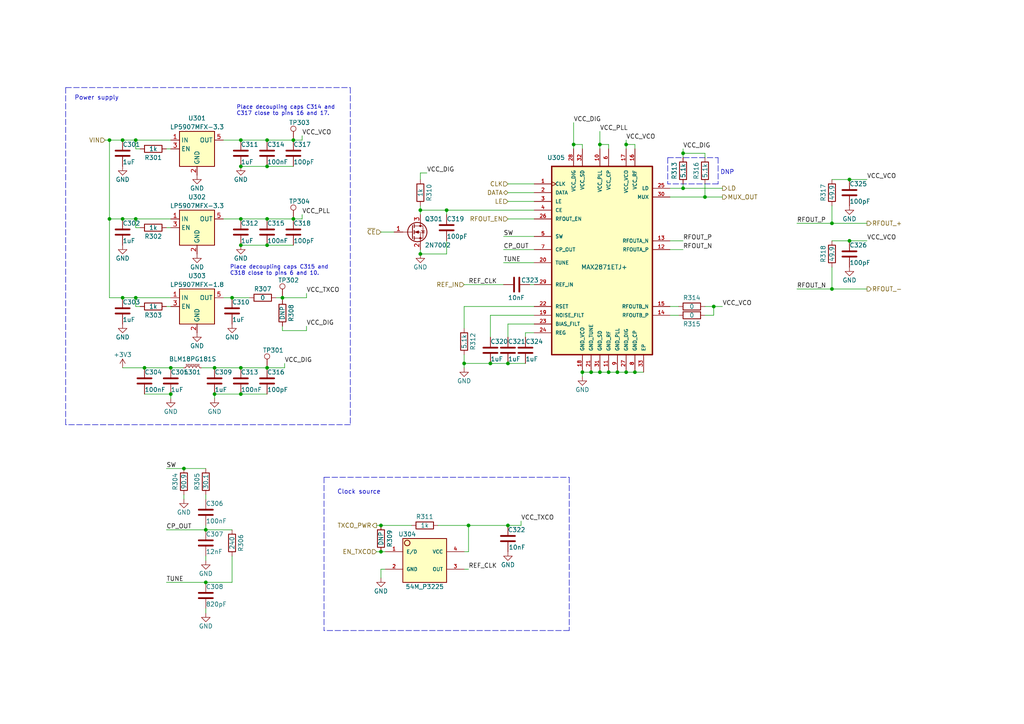
<source format=kicad_sch>
(kicad_sch (version 20211123) (generator eeschema)
  (paper "A4")
  (lib_symbols
    (symbol "CWX813-008.0M:54M_P3225" (pin_names (offset 1.016))
      (property "Reference" "U" (at -5.08 6.35 0))
      (property "Value" "54M_P3225" (at 0 -8.89 0))
      (symbol "54M_P3225_0_0"
        (rectangle (start -6.35 6.35) (end 6.35 -6.35) (stroke (width 0.254)) (fill (type background)))
        (circle (center -5.08 5.08) (radius 0.8032) (stroke (width 0.254)))
        (pin bidirectional line (at -11.43 2.54 0) (length 5.08) (name "E/D") (number "1"))
        (pin bidirectional line (at -11.43 -2.54 0) (length 5.08) (name "GND") (number "2"))
        (pin bidirectional line (at 11.43 -2.54 180) (length 5.08) (name "OUT") (number "3"))
        (pin bidirectional line (at 11.43 2.54 180) (length 5.08) (name "VCC") (number "4"))
      )
    )
    (symbol "Connector:TestPoint" (pin_numbers hide) (pin_names (offset 0.762) hide)
      (property "Reference" "TP" (at 0 6.858 0))
      (property "Value" "TestPoint" (at 0 5.08 0))
      (symbol "TestPoint_0_1"
        (circle (center 0 3.302) (radius 0.762))
      )
      (symbol "TestPoint_1_1"
        (pin passive line (at 0 0 90) (length 2.54) (name "1") (number "1"))
      )
    )
    (symbol "Device:C" (pin_numbers hide) (pin_names (offset 0.254))
      (property "Reference" "C" (at 0.635 2.54 0))
      (property "Value" "C" (at 0.635 -2.54 0))
      (symbol "C_0_1"
        (polyline (pts (xy -2.032 -0.762) (xy 2.032 -0.762)) (stroke (width 0.508)))
        (polyline (pts (xy -2.032 0.762) (xy 2.032 0.762)) (stroke (width 0.508)))
      )
      (symbol "C_1_1"
        (pin passive line (at 0 3.81 270) (length 2.794) (name "~") (number "1"))
        (pin passive line (at 0 -3.81 90) (length 2.794) (name "~") (number "2"))
      )
    )
    (symbol "Device:L_Ferrite_Small" (pin_numbers hide) (pin_names (offset 0.254) hide)
      (property "Reference" "L" (at 1.27 1.016 0))
      (property "Value" "L_Ferrite_Small" (at 1.27 -1.27 0))
      (symbol "L_Ferrite_Small_0_1"
        (arc (start 0 -2.032) (mid 0.508 -1.524) (end 0 -1.016))
        (arc (start 0 -1.016) (mid 0.508 -0.508) (end 0 0))
        (polyline (pts (xy 0.762 -1.905) (xy 0.762 -1.651)))
        (polyline (pts (xy 0.762 -1.397) (xy 0.762 -1.143)))
        (polyline (pts (xy 0.762 -0.889) (xy 0.762 -0.635)))
        (polyline (pts (xy 0.762 -0.381) (xy 0.762 -0.127)))
        (polyline (pts (xy 0.762 0.127) (xy 0.762 0.381)))
        (polyline (pts (xy 0.762 0.635) (xy 0.762 0.889)))
        (polyline (pts (xy 0.762 1.143) (xy 0.762 1.397)))
        (polyline (pts (xy 0.762 1.651) (xy 0.762 1.905)))
        (polyline (pts (xy 1.016 -1.651) (xy 1.016 -1.905)))
        (polyline (pts (xy 1.016 -1.143) (xy 1.016 -1.397)))
        (polyline (pts (xy 1.016 -0.635) (xy 1.016 -0.889)))
        (polyline (pts (xy 1.016 -0.127) (xy 1.016 -0.381)))
        (polyline (pts (xy 1.016 0.381) (xy 1.016 0.127)))
        (polyline (pts (xy 1.016 0.889) (xy 1.016 0.635)))
        (polyline (pts (xy 1.016 1.397) (xy 1.016 1.143)))
        (polyline (pts (xy 1.016 1.905) (xy 1.016 1.651)))
        (arc (start 0 0) (mid 0.508 0.508) (end 0 1.016))
        (arc (start 0 1.016) (mid 0.508 1.524) (end 0 2.032))
      )
      (symbol "L_Ferrite_Small_1_1"
        (pin passive line (at 0 2.54 270) (length 0.508) (name "~") (number "1"))
        (pin passive line (at 0 -2.54 90) (length 0.508) (name "~") (number "2"))
      )
    )
    (symbol "Device:R" (pin_numbers hide) (pin_names (offset 0))
      (property "Reference" "R" (at 2.032 0 90))
      (property "Value" "R" (at 0 0 90))
      (symbol "R_0_1"
        (rectangle (start -1.016 -2.54) (end 1.016 2.54) (stroke (width 0.254)))
      )
      (symbol "R_1_1"
        (pin passive line (at 0 3.81 270) (length 1.27) (name "~") (number "1"))
        (pin passive line (at 0 -3.81 90) (length 1.27) (name "~") (number "2"))
      )
    )
    (symbol "MAX2871ETJ_:MAX2871ETJ+" (pin_names (offset 1.016))
      (property "Reference" "U" (at -15.24 31.75 0))
      (property "Value" "MAX2871ETJ+" (at -6.35 0 0))
      (symbol "MAX2871ETJ+_0_0"
        (rectangle (start -15.24 29.21) (end 13.97 -25.4) (stroke (width 0.41)) (fill (type background)))
        (pin input clock (at -20.32 24.13 0) (length 5.08) (name "CLK") (number "1"))
        (pin power_in line (at -1.27 34.29 270) (length 5.08) (name "VCC_PLL") (number "10"))
        (pin power_in line (at 1.27 -30.48 90) (length 5.08) (name "GND_RF") (number "11"))
        (pin output line (at 19.05 5.08 180) (length 5.08) (name "RFOUTA_P") (number "12"))
        (pin output line (at 19.05 7.62 180) (length 5.08) (name "RFOUTA_N") (number "13"))
        (pin output line (at 19.05 -13.97 180) (length 5.08) (name "RFOUTB_P") (number "14"))
        (pin output line (at 19.05 -11.43 180) (length 5.08) (name "RFOUTB_N") (number "15"))
        (pin power_in line (at 8.89 34.29 270) (length 5.08) (name "VCC_RF") (number "16"))
        (pin power_in line (at 6.35 34.29 270) (length 5.08) (name "VCC_VCO") (number "17"))
        (pin power_in line (at -6.35 -30.48 90) (length 5.08) (name "GND_VCO") (number "18"))
        (pin passive line (at -20.32 -13.97 0) (length 5.08) (name "NOISE_FILT") (number "19"))
        (pin input line (at -20.32 21.59 0) (length 5.08) (name "DATA") (number "2"))
        (pin input line (at -20.32 1.27 0) (length 5.08) (name "TUNE") (number "20"))
        (pin power_in line (at -3.81 -30.48 90) (length 5.08) (name "GND_TUNE") (number "21"))
        (pin input line (at -20.32 -11.43 0) (length 5.08) (name "RSET") (number "22"))
        (pin passive line (at -20.32 -16.51 0) (length 5.08) (name "BIAS_FILT") (number "23"))
        (pin passive line (at -20.32 -19.05 0) (length 5.08) (name "REG") (number "24"))
        (pin output line (at 19.05 22.86 180) (length 5.08) (name "LD") (number "25"))
        (pin output line (at -20.32 13.97 0) (length 5.08) (name "RFOUT_EN") (number "26"))
        (pin power_in line (at 6.35 -30.48 90) (length 5.08) (name "GND_DIG") (number "27"))
        (pin power_in line (at -8.89 34.29 270) (length 5.08) (name "VCC_DIG") (number "28"))
        (pin input line (at -20.32 -5.08 0) (length 5.08) (name "REF_IN") (number "29"))
        (pin input line (at -20.32 19.05 0) (length 5.08) (name "LE") (number "3"))
        (pin bidirectional line (at 19.05 20.32 180) (length 5.08) (name "MUX") (number "30"))
        (pin power_in line (at -1.27 -30.48 90) (length 5.08) (name "GND_SD") (number "31"))
        (pin power_in line (at -6.35 34.29 270) (length 5.08) (name "VCC_SD") (number "32"))
        (pin power_in line (at 11.43 -30.48 90) (length 5.08) (name "EP") (number "33"))
        (pin input line (at -20.32 16.51 0) (length 5.08) (name "CE") (number "4"))
        (pin input line (at -20.32 8.89 0) (length 5.08) (name "SW") (number "5"))
        (pin power_in line (at 1.27 34.29 270) (length 5.08) (name "VCC_CP") (number "6"))
        (pin output line (at -20.32 5.08 0) (length 5.08) (name "CP_OUT") (number "7"))
        (pin power_in line (at 8.89 -30.48 90) (length 5.08) (name "GND_CP") (number "8"))
        (pin power_in line (at 3.81 -30.48 90) (length 5.08) (name "GND_PLL") (number "9"))
      )
    )
    (symbol "Regulator_Linear:LP5907MFX-1.8"
      (property "Reference" "U" (at -3.81 6.35 0))
      (property "Value" "LP5907MFX-1.8" (at 6.35 6.35 0))
      (symbol "LP5907MFX-1.8_0_1"
        (rectangle (start -5.08 -5.08) (end 5.08 5.08) (stroke (width 0.254)) (fill (type background)))
        (pin power_in line (at -7.62 2.54 0) (length 2.54) (name "IN") (number "1"))
        (pin power_in line (at 0 -7.62 90) (length 2.54) (name "GND") (number "2"))
        (pin input line (at -7.62 0 0) (length 2.54) (name "EN") (number "3"))
        (pin no_connect line (at 5.08 0 180) (length 2.54) hide (name "NC") (number "4"))
        (pin power_out line (at 7.62 2.54 180) (length 2.54) (name "OUT") (number "5"))
      )
    )
    (symbol "Regulator_Linear:LP5907MFX-3.3"
      (property "Reference" "U" (at -3.81 6.35 0))
      (property "Value" "LP5907MFX-3.3" (at 6.35 6.35 0))
      (symbol "LP5907MFX-3.3_0_1"
        (rectangle (start -5.08 -5.08) (end 5.08 5.08) (stroke (width 0.254)) (fill (type background)))
        (pin power_in line (at -7.62 2.54 0) (length 2.54) (name "IN") (number "1"))
        (pin power_in line (at 0 -7.62 90) (length 2.54) (name "GND") (number "2"))
        (pin input line (at -7.62 0 0) (length 2.54) (name "EN") (number "3"))
        (pin no_connect line (at 5.08 0 180) (length 2.54) hide (name "NC") (number "4"))
        (pin power_out line (at 7.62 2.54 180) (length 2.54) (name "OUT") (number "5"))
      )
    )
    (symbol "Transistor_FET:2N7002" (pin_names hide)
      (property "Reference" "Q" (at 5.08 1.905 0))
      (property "Value" "2N7002" (at 5.08 0 0))
      (symbol "2N7002_0_1"
        (polyline (pts (xy 0.254 0) (xy -2.54 0)))
        (polyline (pts (xy 0.254 1.905) (xy 0.254 -1.905)) (stroke (width 0.254)))
        (polyline (pts (xy 0.762 -1.27) (xy 0.762 -2.286)) (stroke (width 0.254)))
        (polyline (pts (xy 0.762 0.508) (xy 0.762 -0.508)) (stroke (width 0.254)))
        (polyline (pts (xy 0.762 2.286) (xy 0.762 1.27)) (stroke (width 0.254)))
        (polyline (pts (xy 2.54 2.54) (xy 2.54 1.778)))
        (polyline (pts (xy 2.54 -2.54) (xy 2.54 0) (xy 0.762 0)))
        (polyline (pts (xy 0.762 -1.778) (xy 3.302 -1.778) (xy 3.302 1.778) (xy 0.762 1.778)))
        (polyline (pts (xy 1.016 0) (xy 2.032 0.381) (xy 2.032 -0.381) (xy 1.016 0)) (fill (type outline)))
        (polyline (pts (xy 2.794 0.508) (xy 2.921 0.381) (xy 3.683 0.381) (xy 3.81 0.254)))
        (polyline (pts (xy 3.302 0.381) (xy 2.921 -0.254) (xy 3.683 -0.254) (xy 3.302 0.381)))
        (circle (center 1.651 0) (radius 2.794) (stroke (width 0.254)))
        (circle (center 2.54 -1.778) (radius 0.254) (fill (type outline)))
        (circle (center 2.54 1.778) (radius 0.254) (fill (type outline)))
      )
      (symbol "2N7002_1_1"
        (pin input line (at -5.08 0 0) (length 2.54) (name "G") (number "1"))
        (pin passive line (at 2.54 -5.08 90) (length 2.54) (name "S") (number "2"))
        (pin passive line (at 2.54 5.08 270) (length 2.54) (name "D") (number "3"))
      )
    )
    (symbol "power:+3V3" (power) (pin_names (offset 0))
      (property "Value" "+3V3" (at 0 3.556 0))
      (symbol "+3V3_0_1"
        (polyline (pts (xy -0.762 1.27) (xy 0 2.54)))
        (polyline (pts (xy 0 0) (xy 0 2.54)))
        (polyline (pts (xy 0 2.54) (xy 0.762 1.27)))
      )
      (symbol "+3V3_1_1"
        (pin power_in line (at 0 0 90) (length 0) hide (name "+3V3") (number "1"))
      )
    )
    (symbol "power:GND" (power) (pin_names (offset 0))
      (property "Value" "GND" (at 0 -3.81 0))
      (symbol "GND_0_1"
        (polyline (pts (xy 0 0) (xy 0 -1.27) (xy 1.27 -1.27) (xy 0 -2.54) (xy -1.27 -1.27) (xy 0 -1.27)))
      )
      (symbol "GND_1_1"
        (pin power_in line (at 0 0 270) (length 0) hide (name "GND") (number "1"))
      )
    )
  )
  (junction (at 173.99 41.91))
  (junction (at 85.09 63.5))
  (junction (at 168.91 107.95))
  (junction (at 142.24 105.41))
  (junction (at 39.37 63.5))
  (junction (at 69.85 71.12))
  (junction (at 62.23 114.3))
  (junction (at 134.62 105.41))
  (junction (at 85.09 40.64))
  (junction (at 69.85 48.26))
  (junction (at 110.49 152.4))
  (junction (at 69.85 40.64))
  (junction (at 246.38 69.85))
  (junction (at 67.31 86.36))
  (junction (at 39.37 86.36))
  (junction (at 77.47 63.5))
  (junction (at 69.85 63.5))
  (junction (at 59.69 168.91))
  (junction (at 147.32 152.4))
  (junction (at 35.56 63.5))
  (junction (at 81.915 86.36))
  (junction (at 39.37 40.64))
  (junction (at 135.89 152.4))
  (junction (at 204.47 57.15))
  (junction (at 69.85 114.3))
  (junction (at 121.92 60.96))
  (junction (at 53.34 135.89))
  (junction (at 241.3 64.77))
  (junction (at 77.47 71.12))
  (junction (at 49.53 106.68))
  (junction (at 176.53 107.95))
  (junction (at 181.61 41.91))
  (junction (at 31.75 63.5))
  (junction (at 241.3 83.82))
  (junction (at 198.12 54.61))
  (junction (at 59.69 153.67))
  (junction (at 147.32 105.41))
  (junction (at 49.53 114.3))
  (junction (at 35.56 86.36))
  (junction (at 181.61 107.95))
  (junction (at 69.85 106.68))
  (junction (at 62.23 106.68))
  (junction (at 246.38 52.07))
  (junction (at 35.56 40.64))
  (junction (at 77.47 48.26))
  (junction (at 171.45 107.95))
  (junction (at 184.15 107.95))
  (junction (at 77.47 106.68))
  (junction (at 41.91 106.68))
  (junction (at 31.75 40.64))
  (junction (at 166.37 41.91))
  (junction (at 77.47 40.64))
  (junction (at 110.49 160.02))
  (junction (at 129.54 60.96))
  (junction (at 207.01 88.9))
  (junction (at 179.07 107.95))
  (junction (at 173.99 107.95))
  (junction (at 198.12 44.45))
  (junction (at 121.92 73.66))
  (wire (pts (xy 110.49 160.02) (xy 111.76 160.02)))
  (wire (pts (xy 69.85 63.5) (xy 77.47 63.5)))
  (wire (pts (xy 110.49 165.1) (xy 110.49 167.64)))
  (wire (pts (xy 147.32 93.98) (xy 147.32 97.79)))
  (wire (pts (xy 69.85 114.3) (xy 77.47 114.3)))
  (wire (pts (xy 184.15 107.95) (xy 186.69 107.95)))
  (wire (pts (xy 39.37 43.18) (xy 39.37 40.64)))
  (wire (pts (xy 59.69 153.67) (xy 67.31 153.67)))
  (wire (pts (xy 194.31 88.9) (xy 196.85 88.9)))
  (wire (pts (xy 77.47 71.12) (xy 85.09 71.12)))
  (wire (pts (xy 154.94 88.9) (xy 134.62 88.9)))
  (wire (pts (xy 88.9 94.615) (xy 88.9 95.885)))
  (wire (pts (xy 151.13 151.13) (xy 151.13 152.4)))
  (wire (pts (xy 207.01 91.44) (xy 207.01 88.9)))
  (wire (pts (xy 134.62 102.87) (xy 134.62 105.41)))
  (wire (pts (xy 173.99 41.91) (xy 176.53 41.91)))
  (wire (pts (xy 35.56 63.5) (xy 31.75 63.5)))
  (wire (pts (xy 64.77 63.5) (xy 69.85 63.5)))
  (wire (pts (xy 67.31 161.29) (xy 67.31 168.91)))
  (wire (pts (xy 121.92 72.39) (xy 121.92 73.66)))
  (wire (pts (xy 231.14 83.82) (xy 241.3 83.82)))
  (polyline (pts (xy 93.98 138.43) (xy 165.1 138.43)))
  (wire (pts (xy 59.69 143.51) (xy 59.69 144.78)))
  (wire (pts (xy 48.26 135.89) (xy 53.34 135.89)))
  (wire (pts (xy 49.53 63.5) (xy 39.37 63.5)))
  (wire (pts (xy 59.69 176.53) (xy 59.69 177.8)))
  (wire (pts (xy 176.53 107.95) (xy 179.07 107.95)))
  (wire (pts (xy 147.32 152.4) (xy 151.13 152.4)))
  (wire (pts (xy 168.91 107.95) (xy 168.91 109.22)))
  (wire (pts (xy 129.54 60.96) (xy 154.94 60.96)))
  (polyline (pts (xy 193.675 45.72) (xy 193.675 53.34)))
  (wire (pts (xy 82.55 105.41) (xy 82.55 106.68)))
  (wire (pts (xy 194.31 57.15) (xy 204.47 57.15)))
  (wire (pts (xy 154.94 93.98) (xy 147.32 93.98)))
  (wire (pts (xy 69.85 71.12) (xy 77.47 71.12)))
  (wire (pts (xy 181.61 107.95) (xy 184.15 107.95)))
  (wire (pts (xy 85.09 40.64) (xy 87.63 40.64)))
  (polyline (pts (xy 208.28 53.34) (xy 193.675 53.34)))
  (wire (pts (xy 87.63 63.5) (xy 87.63 62.23)))
  (wire (pts (xy 241.3 52.07) (xy 246.38 52.07)))
  (wire (pts (xy 85.09 63.5) (xy 87.63 63.5)))
  (wire (pts (xy 153.67 82.55) (xy 154.94 82.55)))
  (wire (pts (xy 64.77 86.36) (xy 67.31 86.36)))
  (wire (pts (xy 49.53 106.68) (xy 53.34 106.68)))
  (wire (pts (xy 49.53 114.3) (xy 49.53 115.57)))
  (wire (pts (xy 35.56 86.36) (xy 31.75 86.36)))
  (polyline (pts (xy 101.6 123.19) (xy 19.05 123.19)))
  (wire (pts (xy 204.47 53.34) (xy 204.47 57.15)))
  (polyline (pts (xy 19.05 123.19) (xy 19.05 114.3)))
  (wire (pts (xy 168.91 41.91) (xy 166.37 41.91)))
  (wire (pts (xy 241.3 64.77) (xy 251.46 64.77)))
  (wire (pts (xy 62.23 106.68) (xy 69.85 106.68)))
  (wire (pts (xy 129.54 73.66) (xy 121.92 73.66)))
  (wire (pts (xy 176.53 43.18) (xy 176.53 41.91)))
  (wire (pts (xy 39.37 66.04) (xy 39.37 63.5)))
  (wire (pts (xy 88.9 85.09) (xy 88.9 86.36)))
  (wire (pts (xy 134.62 82.55) (xy 146.05 82.55)))
  (wire (pts (xy 246.38 69.85) (xy 251.46 69.85)))
  (wire (pts (xy 129.54 60.96) (xy 129.54 62.23)))
  (wire (pts (xy 39.37 86.36) (xy 35.56 86.36)))
  (polyline (pts (xy 93.98 138.43) (xy 93.98 182.88)))
  (polyline (pts (xy 193.675 45.72) (xy 208.28 45.72)))
  (wire (pts (xy 241.3 64.77) (xy 241.3 59.69)))
  (wire (pts (xy 135.89 152.4) (xy 135.89 160.02)))
  (wire (pts (xy 48.26 43.18) (xy 49.53 43.18)))
  (wire (pts (xy 41.91 114.3) (xy 49.53 114.3)))
  (wire (pts (xy 171.45 107.95) (xy 173.99 107.95)))
  (wire (pts (xy 184.15 43.18) (xy 184.15 41.91)))
  (wire (pts (xy 121.92 60.96) (xy 121.92 62.23)))
  (polyline (pts (xy 165.1 182.88) (xy 93.98 182.88)))
  (wire (pts (xy 62.23 114.3) (xy 62.23 115.57)))
  (wire (pts (xy 194.31 54.61) (xy 198.12 54.61)))
  (wire (pts (xy 121.92 50.165) (xy 121.92 52.07)))
  (wire (pts (xy 30.48 40.64) (xy 31.75 40.64)))
  (wire (pts (xy 147.32 53.34) (xy 154.94 53.34)))
  (wire (pts (xy 48.26 88.9) (xy 49.53 88.9)))
  (wire (pts (xy 134.62 105.41) (xy 134.62 106.68)))
  (wire (pts (xy 241.3 77.47) (xy 241.3 83.82)))
  (wire (pts (xy 31.75 40.64) (xy 31.75 63.5)))
  (polyline (pts (xy 208.28 45.72) (xy 208.28 53.34)))
  (wire (pts (xy 40.64 43.18) (xy 39.37 43.18)))
  (polyline (pts (xy 19.05 25.4) (xy 19.05 114.3)))
  (wire (pts (xy 111.76 165.1) (xy 110.49 165.1)))
  (wire (pts (xy 121.92 59.69) (xy 121.92 60.96)))
  (wire (pts (xy 110.49 67.31) (xy 114.3 67.31)))
  (wire (pts (xy 194.31 72.39) (xy 198.12 72.39)))
  (polyline (pts (xy 19.05 25.4) (xy 101.6 25.4)))
  (wire (pts (xy 69.85 106.68) (xy 77.47 106.68)))
  (polyline (pts (xy 101.6 25.4) (xy 101.6 114.3)))
  (wire (pts (xy 135.89 152.4) (xy 147.32 152.4)))
  (wire (pts (xy 241.3 69.85) (xy 246.38 69.85)))
  (wire (pts (xy 69.85 48.26) (xy 77.47 48.26)))
  (wire (pts (xy 142.24 91.44) (xy 142.24 97.79)))
  (wire (pts (xy 194.31 91.44) (xy 196.85 91.44)))
  (wire (pts (xy 67.31 86.36) (xy 72.39 86.36)))
  (polyline (pts (xy 101.6 114.3) (xy 101.6 123.19)))
  (wire (pts (xy 64.77 40.64) (xy 69.85 40.64)))
  (wire (pts (xy 58.42 106.68) (xy 62.23 106.68)))
  (wire (pts (xy 173.99 38.1) (xy 173.99 41.91)))
  (wire (pts (xy 41.91 106.68) (xy 49.53 106.68)))
  (wire (pts (xy 121.92 50.165) (xy 123.825 50.165)))
  (wire (pts (xy 134.62 105.41) (xy 142.24 105.41)))
  (wire (pts (xy 31.75 63.5) (xy 31.75 86.36)))
  (wire (pts (xy 152.4 96.52) (xy 152.4 97.79)))
  (wire (pts (xy 134.62 160.02) (xy 135.89 160.02)))
  (wire (pts (xy 204.47 88.9) (xy 207.01 88.9)))
  (wire (pts (xy 87.63 40.64) (xy 87.63 39.37)))
  (wire (pts (xy 154.94 96.52) (xy 152.4 96.52)))
  (wire (pts (xy 134.62 165.1) (xy 135.89 165.1)))
  (wire (pts (xy 53.34 143.51) (xy 53.34 144.78)))
  (wire (pts (xy 181.61 41.91) (xy 184.15 41.91)))
  (wire (pts (xy 81.915 94.615) (xy 81.915 95.885)))
  (wire (pts (xy 207.01 88.9) (xy 209.55 88.9)))
  (wire (pts (xy 173.99 41.91) (xy 173.99 43.18)))
  (wire (pts (xy 142.24 105.41) (xy 147.32 105.41)))
  (wire (pts (xy 204.47 91.44) (xy 207.01 91.44)))
  (wire (pts (xy 81.915 86.36) (xy 88.9 86.36)))
  (wire (pts (xy 146.05 68.58) (xy 154.94 68.58)))
  (wire (pts (xy 241.3 83.82) (xy 251.46 83.82)))
  (wire (pts (xy 147.32 55.88) (xy 154.94 55.88)))
  (wire (pts (xy 147.32 63.5) (xy 154.94 63.5)))
  (wire (pts (xy 35.56 106.68) (xy 41.91 106.68)))
  (wire (pts (xy 181.61 41.91) (xy 181.61 43.18)))
  (wire (pts (xy 134.62 88.9) (xy 134.62 95.25)))
  (wire (pts (xy 168.91 107.95) (xy 171.45 107.95)))
  (wire (pts (xy 204.47 44.45) (xy 198.12 44.45)))
  (wire (pts (xy 67.31 168.91) (xy 59.69 168.91)))
  (wire (pts (xy 77.47 106.68) (xy 82.55 106.68)))
  (wire (pts (xy 168.91 43.18) (xy 168.91 41.91)))
  (wire (pts (xy 198.12 43.18) (xy 198.12 44.45)))
  (wire (pts (xy 39.37 88.9) (xy 39.37 86.36)))
  (wire (pts (xy 231.14 64.77) (xy 241.3 64.77)))
  (wire (pts (xy 194.31 69.85) (xy 198.12 69.85)))
  (wire (pts (xy 80.01 86.36) (xy 81.915 86.36)))
  (wire (pts (xy 53.34 135.89) (xy 59.69 135.89)))
  (wire (pts (xy 49.53 86.36) (xy 39.37 86.36)))
  (wire (pts (xy 121.92 60.96) (xy 129.54 60.96)))
  (wire (pts (xy 39.37 40.64) (xy 49.53 40.64)))
  (wire (pts (xy 246.38 52.07) (xy 251.46 52.07)))
  (wire (pts (xy 35.56 40.64) (xy 39.37 40.64)))
  (wire (pts (xy 198.12 44.45) (xy 198.12 45.72)))
  (wire (pts (xy 40.64 66.04) (xy 39.37 66.04)))
  (wire (pts (xy 179.07 107.95) (xy 181.61 107.95)))
  (wire (pts (xy 154.94 91.44) (xy 142.24 91.44)))
  (wire (pts (xy 39.37 63.5) (xy 35.56 63.5)))
  (wire (pts (xy 59.69 161.29) (xy 59.69 162.56)))
  (wire (pts (xy 48.26 168.91) (xy 59.69 168.91)))
  (wire (pts (xy 110.49 152.4) (xy 119.38 152.4)))
  (wire (pts (xy 77.47 48.26) (xy 85.09 48.26)))
  (wire (pts (xy 147.32 105.41) (xy 152.4 105.41)))
  (wire (pts (xy 31.75 40.64) (xy 35.56 40.64)))
  (wire (pts (xy 109.22 152.4) (xy 110.49 152.4)))
  (wire (pts (xy 109.22 160.02) (xy 110.49 160.02)))
  (wire (pts (xy 181.61 40.64) (xy 181.61 41.91)))
  (wire (pts (xy 166.37 41.91) (xy 166.37 43.18)))
  (wire (pts (xy 166.37 35.56) (xy 166.37 41.91)))
  (wire (pts (xy 48.26 66.04) (xy 49.53 66.04)))
  (wire (pts (xy 59.69 152.4) (xy 59.69 153.67)))
  (wire (pts (xy 77.47 40.64) (xy 85.09 40.64)))
  (wire (pts (xy 146.05 72.39) (xy 154.94 72.39)))
  (wire (pts (xy 146.05 76.2) (xy 154.94 76.2)))
  (wire (pts (xy 204.47 57.15) (xy 209.55 57.15)))
  (wire (pts (xy 147.32 58.42) (xy 154.94 58.42)))
  (wire (pts (xy 204.47 45.72) (xy 204.47 44.45)))
  (wire (pts (xy 77.47 63.5) (xy 85.09 63.5)))
  (wire (pts (xy 88.9 95.885) (xy 81.915 95.885)))
  (wire (pts (xy 62.23 114.3) (xy 69.85 114.3)))
  (wire (pts (xy 48.26 153.67) (xy 59.69 153.67)))
  (wire (pts (xy 129.54 69.85) (xy 129.54 73.66)))
  (wire (pts (xy 40.64 88.9) (xy 39.37 88.9)))
  (wire (pts (xy 81.915 86.36) (xy 81.915 86.995)))
  (wire (pts (xy 127 152.4) (xy 135.89 152.4)))
  (wire (pts (xy 69.85 40.64) (xy 77.47 40.64)))
  (polyline (pts (xy 165.1 138.43) (xy 165.1 182.88)))
  (wire (pts (xy 198.12 54.61) (xy 209.55 54.61)))
  (wire (pts (xy 173.99 107.95) (xy 176.53 107.95)))
  (wire (pts (xy 198.12 53.34) (xy 198.12 54.61)))
  (text "Clock source" (at 97.79 143.51 0) (effects (font (size 1.27 1.27)) (justify left bottom)))
  (text "Place decoupling caps C314 and \nC317 close to pins 16 and 17." (at 68.58 33.655 0) (effects (font (size 1.12 1.12)) (justify left bottom)))
  (text "Power supply" (at 21.59 29.21 0) (effects (font (size 1.27 1.27)) (justify left bottom)))
  (text "DNP" (at 208.915 50.8 0) (effects (font (size 1.27 1.27)) (justify left bottom)))
  (text "Place decoupling caps C315 and \nC318 close to pins 6 and 10." (at 66.675 80.01 0) (effects (font (size 1.12 1.12)) (justify left bottom)))
  (label "RFOUT_P" (at 198.12 69.85 0))
  (label "TUNE" (at 146.05 76.2 0))
  (label "VCC_DIG" (at 198.12 43.18 0))
  (label "VCC_TXCO" (at 151.13 151.13 0))
  (label "VCC_VCO" (at 87.63 39.37 0))
  (label "RFOUT_N" (at 231.14 83.82 0))
  (label "VCC_PLL" (at 87.63 62.23 0))
  (label "SW" (at 48.26 135.89 0))
  (label "VCC_VCO" (at 181.61 40.64 0))
  (label "VCC_DIG" (at 82.55 105.41 0))
  (label "REF_CLK" (at 135.89 82.55 0))
  (label "REF_CLK" (at 135.89 165.1 0))
  (label "RFOUT_N" (at 198.12 72.39 0))
  (label "CP_OUT" (at 146.05 72.39 0))
  (label "SW" (at 146.05 68.58 0))
  (label "VCC_DIG" (at 88.9 94.615 0))
  (label "VCC_DIG" (at 166.37 35.56 0))
  (label "VCC_VCO" (at 251.46 52.07 0))
  (label "TUNE" (at 48.26 168.91 0))
  (label "CP_OUT" (at 48.26 153.67 0))
  (label "VCC_VCO" (at 209.55 88.9 0))
  (label "VCC_TXCO" (at 88.9 85.09 0))
  (label "VCC_VCO" (at 251.46 69.85 0))
  (label "VCC_PLL" (at 173.99 38.1 0))
  (label "VCC_DIG" (at 123.825 50.165 0))
  (label "RFOUT_P" (at 231.14 64.77 0))
  (hierarchical_label "TXCO_PWR" (shape output) (at 109.22 152.4 180))
  (hierarchical_label "RFOUT_-" (shape output) (at 251.46 83.82 0))
  (hierarchical_label "~{CE}" (shape input) (at 110.49 67.31 180))
  (hierarchical_label "LD" (shape output) (at 209.55 54.61 0))
  (hierarchical_label "DATA" (shape bidirectional) (at 147.32 55.88 180))
  (hierarchical_label "CLK" (shape input) (at 147.32 53.34 180))
  (hierarchical_label "REF_IN" (shape input) (at 134.62 82.55 180))
  (hierarchical_label "RFOUT_+" (shape output) (at 251.46 64.77 0))
  (hierarchical_label "EN_TXCO" (shape input) (at 109.22 160.02 180))
  (hierarchical_label "RFOUT_EN" (shape input) (at 147.32 63.5 180))
  (hierarchical_label "VIN" (shape input) (at 30.48 40.64 180))
  (hierarchical_label "MUX_OUT" (shape output) (at 209.55 57.15 0))
  (hierarchical_label "LE" (shape input) (at 147.32 58.42 180))
  (symbol (lib_id "power:GND") (at 49.53 115.57 0) (unit 1)
    (property "Reference" "#PWR0305" (effects hide))
    (property "Value" "GND" (at 49.53 119.38 0))
  )
  (symbol (lib_id "Device:C") (at 77.47 110.49 0) (unit 1)
    (property "Reference" "C316" (at 77.47 107.95 0) (effects (justify left)))
    (property "Value" "100pF" (at 77.47 113.03 0) (effects (justify left)))
    (property "Footprint" "Capacitor_SMD:C_0402_1005Metric" (effects hide))
    (property "Manufacturer" "YAGEO" (effects hide))
    (property "Part Number" "CC0402KRX7R7BB101" (effects hide))
    (property "LCSC" "C541374" (effects hide))
    (property "Partnumber" "CC0402KRX7R7BB101" (effects hide))
  )
  (symbol (lib_id "power:GND") (at 59.69 162.56 0) (unit 1)
    (property "Reference" "#PWR0310" (effects hide))
    (property "Value" "GND" (at 59.69 166.37 0))
  )
  (symbol (lib_id "power:GND") (at 57.15 73.66 0) (unit 1)
    (property "Reference" "#PWR0308" (effects hide))
    (property "Value" "GND" (at 57.15 77.47 0))
  )
  (symbol (lib_id "power:GND") (at 121.92 73.66 0) (unit 1)
    (property "Reference" "#PWR0317" (effects hide))
    (property "Value" "GND" (at 121.92 77.47 0))
  )
  (symbol (lib_id "MAX2871ETJ_:MAX2871ETJ+") (at 175.26 77.47 0) (unit 1)
    (property "Reference" "U305" (at 161.29 45.72 0))
    (property "Value" "MAX2871ETJ+" (at 175.26 77.47 0))
    (property "Footprint" "MAX2871ETJ:QFN50P500X500X80-33N" (effects hide))
    (property "Datasheet" "https://datasheets.maximintegrated.com/en/ds/MAX2871.pdf" (effects hide))
    (property "Partnumber" "MAX2871ETJ+" (effects hide))
    (property "Manufacturer" "Maxim Integrated" (effects hide))
  )
  (symbol (lib_id "Device:C") (at 59.69 172.72 0) (unit 1)
    (property "Reference" "C308" (at 59.69 170.18 0) (effects (justify left)))
    (property "Value" "820pF" (at 59.69 175.26 0) (effects (justify left)))
    (property "Footprint" "Capacitor_SMD:C_0402_1005Metric" (effects hide))
    (property "Manufacturer" "YAGEO" (effects hide))
    (property "Part Number" "CC0402KRX7R9BB821" (effects hide))
    (property "LCSC" "C107031" (effects hide))
    (property "Partnumber" "CC0402KRX7R9BB821" (effects hide))
  )
  (symbol (lib_id "Device:C") (at 69.85 67.31 0) (unit 1)
    (property "Reference" "C312" (at 69.85 64.77 0) (effects (justify left)))
    (property "Value" "1uF" (at 69.85 69.85 0) (effects (justify left)))
    (property "Footprint" "Capacitor_SMD:C_0402_1005Metric" (effects hide))
    (property "Manufacturer" "Murata" (effects hide))
    (property "Part Number" "GCM155C71A105KE38D" (effects hide))
    (property "LCSC" "C126521" (effects hide))
    (property "Partnumber" "GCM155C71A105KE38D" (effects hide))
  )
  (symbol (lib_id "power:GND") (at 147.32 160.02 0) (unit 1)
    (property "Reference" "#PWR0319" (effects hide))
    (property "Value" "GND" (at 147.32 163.83 0))
  )
  (symbol (lib_id "Connector:TestPoint") (at 85.09 63.5 0) (unit 1)
    (property "Reference" "TP304" (at 83.82 58.42 0) (effects (justify left)))
    (property "Value" " " (at 86.995 61.4679 0) (effects (justify left)))
    (property "Footprint" "TestPoint:TestPoint_Pad_D1.5mm" (effects hide))
  )
  (symbol (lib_id "Device:C") (at 142.24 101.6 0) (unit 1)
    (property "Reference" "C320" (at 142.24 99.06 0) (effects (justify left)))
    (property "Value" "1uF" (at 142.24 104.14 0) (effects (justify left)))
    (property "Footprint" "Capacitor_SMD:C_0402_1005Metric" (effects hide))
    (property "LCSC" "C126521" (effects hide))
    (property "Manufacturer" "Murata" (effects hide))
    (property "Part Number" "GCM155C71A105KE38D" (effects hide))
    (property "Partnumber" "GCM155C71A105KE38D" (effects hide))
  )
  (symbol (lib_id "power:GND") (at 67.31 93.98 0) (unit 1)
    (property "Reference" "#PWR0313" (effects hide))
    (property "Value" "GND" (at 67.31 97.79 0))
  )
  (symbol (lib_id "Device:C") (at 149.86 82.55 270) (unit 1)
    (property "Reference" "C323" (at 151.13 81.28 90) (effects (justify left)))
    (property "Value" "10nF" (at 147.32 86.36 90) (effects (justify left)))
    (property "Footprint" "Capacitor_SMD:C_0402_1005Metric" (effects hide))
    (property "Manufacturer" "Taiyo Yuden" (effects hide))
    (property "Part Number" " TMK105B7103KVHF" (effects hide))
    (property "LCSC" "C650944" (effects hide))
    (property "Partnumber" " TMK105B7103KVHF" (effects hide))
  )
  (symbol (lib_id "power:GND") (at 35.56 71.12 0) (unit 1)
    (property "Reference" "#PWR0302" (effects hide))
    (property "Value" "GND" (at 35.56 74.93 0))
  )
  (symbol (lib_id "Device:C") (at 77.47 44.45 0) (unit 1)
    (property "Reference" "C314" (at 77.47 41.91 0) (effects (justify left)))
    (property "Value" "100nF" (at 77.47 46.99 0) (effects (justify left)))
    (property "Footprint" "Capacitor_SMD:C_0402_1005Metric" (effects hide))
    (property "Manufacturer" "Samsung EM" (effects hide))
    (property "Part Number" "CL05F104ZO5NNNC" (effects hide))
    (property "LCSC" "C84701" (effects hide))
    (property "Partnumber" "CL05F104ZO5NNNC" (effects hide))
  )
  (symbol (lib_id "Device:C") (at 62.23 110.49 0) (unit 1)
    (property "Reference" "C309" (at 62.23 107.95 0) (effects (justify left)))
    (property "Value" "1uF" (at 62.23 113.03 0) (effects (justify left)))
    (property "Footprint" "Capacitor_SMD:C_0402_1005Metric" (effects hide))
    (property "Manufacturer" "Murata" (effects hide))
    (property "Part Number" "GCM155C71A105KE38D" (effects hide))
    (property "LCSC" "C126521" (effects hide))
    (property "Partnumber" "GCM155C71A105KE38D" (effects hide))
  )
  (symbol (lib_id "Device:R") (at 200.66 88.9 90) (unit 1)
    (property "Reference" "R314" (at 200.66 86.36 90))
    (property "Value" "0" (at 200.66 88.9 90))
    (property "Footprint" "Resistor_SMD:R_0402_1005Metric" (effects hide))
    (property "Manufacturer" "YAGEO" (effects hide))
    (property "Part Number" "PA0402-R-070RL" (effects hide))
    (property "LCSC" "C4044221" (effects hide))
    (property "Partnumber" "PA0402-R-070RL" (effects hide))
  )
  (symbol (lib_id "power:GND") (at 53.34 144.78 0) (unit 1)
    (property "Reference" "#PWR0306" (effects hide))
    (property "Value" "GND" (at 53.34 148.59 0))
  )
  (symbol (lib_id "Device:C") (at 147.32 156.21 180) (unit 1)
    (property "Reference" "C322" (at 152.4 153.67 0) (effects (justify left)))
    (property "Value" "10nF" (at 152.4 158.75 0) (effects (justify left)))
    (property "Footprint" "Capacitor_SMD:C_0402_1005Metric" (effects hide))
    (property "Manufacturer" "Taiyo Yuden" (effects hide))
    (property "Part Number" " TMK105B7103KVHF" (effects hide))
    (property "LCSC" "C650944" (effects hide))
    (property "Partnumber" " TMK105B7103KVHF" (effects hide))
  )
  (symbol (lib_id "Device:R") (at 241.3 55.88 180) (unit 1)
    (property "Reference" "R317" (at 238.76 55.88 90))
    (property "Value" "49.9" (at 241.3 55.88 90))
    (property "Footprint" "Resistor_SMD:R_0402_1005Metric" (effects hide))
    (property "Manufacturer" "Resistor Today" (effects hide))
    (property "Part Number" "PTFR0402B49R9N9" (effects hide))
    (property "LCSC" "C2692754" (effects hide))
    (property "Partnumber" "PTFR0402B49R9N9" (effects hide))
  )
  (symbol (lib_id "Device:R") (at 123.19 152.4 90) (unit 1)
    (property "Reference" "R311" (at 123.19 149.86 90))
    (property "Value" "1k" (at 123.19 152.4 90))
    (property "Footprint" "Resistor_SMD:R_0402_1005Metric" (effects hide))
    (property "Manufacturer" "YAGEO" (effects hide))
    (property "Part Number" "RT0402CRE071KL" (effects hide))
    (property "LCSC" "C705665" (effects hide))
    (property "Partnumber" "RT0402CRE071KL" (effects hide))
  )
  (symbol (lib_id "Transistor_FET:2N7002") (at 119.38 67.31 0) (unit 1)
    (property "Reference" "Q301" (at 123.19 63.5 0) (effects (justify left)))
    (property "Value" "2N7002" (at 123.19 71.12 0) (effects (justify left)))
    (property "Footprint" "Package_TO_SOT_SMD:SOT-23" (effects hide))
    (property "Datasheet" "https://www.onsemi.com/pub/Collateral/NDS7002A-D.PDF" (effects hide))
    (property "Manufacturer" "Yangzhou Yangjie Elec Tech" (effects hide))
    (property "Part Number" "2N7002" (effects hide))
    (property "LCSC" "C389059" (effects hide))
    (property "Partnumber" "2N7002" (effects hide))
  )
  (symbol (lib_id "Device:C") (at 129.54 66.04 0) (unit 1)
    (property "Reference" "C319" (at 129.54 63.5 0) (effects (justify left)))
    (property "Value" "100pF" (at 129.54 68.58 0) (effects (justify left)))
    (property "Footprint" "Capacitor_SMD:C_0402_1005Metric" (effects hide))
    (property "Manufacturer" "YAGEO" (effects hide))
    (property "Part Number" "CC0402KRX7R7BB101" (effects hide))
    (property "LCSC" "C541374" (effects hide))
    (property "Partnumber" "CC0402KRX7R7BB101" (effects hide))
  )
  (symbol (lib_id "Device:C") (at 35.56 67.31 0) (unit 1)
    (property "Reference" "C302" (at 35.56 64.77 0) (effects (justify left)))
    (property "Value" "1uF" (at 35.56 69.85 0) (effects (justify left)))
    (property "Footprint" "Capacitor_SMD:C_0402_1005Metric" (effects hide))
    (property "Manufacturer" "Murata" (effects hide))
    (property "Part Number" "GCM155C71A105KE38D" (effects hide))
    (property "LCSC" "C126521" (effects hide))
    (property "Partnumber" "GCM155C71A105KE38D" (effects hide))
  )
  (symbol (lib_id "Device:C") (at 67.31 90.17 0) (unit 1)
    (property "Reference" "C310" (at 67.31 87.63 0) (effects (justify left)))
    (property "Value" "1uF" (at 67.31 92.71 0) (effects (justify left)))
    (property "Footprint" "Capacitor_SMD:C_0402_1005Metric" (effects hide))
    (property "Manufacturer" "Murata" (effects hide))
    (property "Part Number" "GCM155C71A105KE38D" (effects hide))
    (property "LCSC" "C126521" (effects hide))
    (property "Partnumber" "GCM155C71A105KE38D" (effects hide))
  )
  (symbol (lib_id "Device:R") (at 110.49 156.21 180) (unit 1)
    (property "Reference" "R309" (at 113.03 156.21 90))
    (property "Value" "DNP" (at 110.49 156.21 90))
    (property "Footprint" "Resistor_SMD:R_0603_1608Metric" (effects hide))
  )
  (symbol (lib_id "Regulator_Linear:LP5907MFX-1.8") (at 57.15 88.9 0) (unit 1)
    (property "Reference" "U303" (at 57.15 80.01 0))
    (property "Value" "LP5907MFX-1.8" (at 57.15 82.55 0))
    (property "Footprint" "Package_TO_SOT_SMD:SOT-23-5" (effects hide))
    (property "Datasheet" "http://www.ti.com/lit/ds/symlink/lp5907.pdf" (effects hide))
    (property "Manufacturer" "Texas Instruments" (effects hide))
    (property "Part Number" "LP5907QMFX-1.8Q1" (effects hide))
    (property "LCSC" "C2942279" (effects hide))
    (property "Partnumber" "LP5907QMFX-1.8Q1" (effects hide))
  )
  (symbol (lib_id "Device:R") (at 67.31 157.48 0) (unit 1)
    (property "Reference" "R306" (at 69.85 157.48 90))
    (property "Value" "240" (at 67.31 157.48 90))
    (property "Footprint" "Resistor_SMD:R_0402_1005Metric" (effects hide))
    (property "Manufacturer" "Resistor Today" (effects hide))
    (property "Part Number" "PTFR0402B49R9N9" (effects hide))
    (property "LCSC" "C2692754" (effects hide))
    (property "Partnumber" "PTFR0402B49R9N9" (effects hide))
  )
  (symbol (lib_id "power:+3V3") (at 35.56 106.68 0) (unit 1)
    (property "Reference" "#PWR0304" (effects hide))
    (property "Value" "+3V3" (at 35.56 102.87 0))
  )
  (symbol (lib_id "Device:C") (at 246.38 73.66 0) (unit 1)
    (property "Reference" "C326" (at 246.38 71.12 0) (effects (justify left)))
    (property "Value" "100pF" (at 246.38 76.2 0) (effects (justify left)))
    (property "Footprint" "Capacitor_SMD:C_0402_1005Metric" (effects hide))
    (property "Manufacturer" "YAGEO" (effects hide))
    (property "Part Number" "CC0402KRX7R7BB101" (effects hide))
    (property "LCSC" "C541374" (effects hide))
    (property "Partnumber" "CC0402KRX7R7BB101" (effects hide))
  )
  (symbol (lib_id "power:GND") (at 168.91 109.22 0) (unit 1)
    (property "Reference" "#PWR0320" (effects hide))
    (property "Value" "GND" (at 168.91 113.03 0))
  )
  (symbol (lib_id "power:GND") (at 246.38 77.47 0) (unit 1)
    (property "Reference" "#PWR0322" (effects hide))
    (property "Value" "GND" (at 246.38 81.28 0))
  )
  (symbol (lib_id "power:GND") (at 59.69 177.8 0) (unit 1)
    (property "Reference" "#PWR0311" (effects hide))
    (property "Value" "GND" (at 59.69 181.61 0))
  )
  (symbol (lib_id "Connector:TestPoint") (at 81.915 86.36 0) (unit 1)
    (property "Reference" "TP302" (at 80.645 81.28 0) (effects (justify left)))
    (property "Value" " " (at 83.82 84.3279 0) (effects (justify left)))
    (property "Footprint" "TestPoint:TestPoint_Pad_D1.5mm" (effects hide))
  )
  (symbol (lib_id "Device:R") (at 53.34 139.7 0) (unit 1)
    (property "Reference" "R304" (at 50.8 139.7 90))
    (property "Value" "90.9" (at 53.34 139.7 90))
    (property "Footprint" "Resistor_SMD:R_0402_1005Metric" (effects hide))
    (property "Manufacturer" "YAGEO" (effects hide))
    (property "Part Number" "RT0402BRD0790R9L" (effects hide))
    (property "LCSC" "C852950" (effects hide))
    (property "Partnumber" "RT0402BRD0790R9L" (effects hide))
  )
  (symbol (lib_id "power:GND") (at 134.62 106.68 0) (unit 1)
    (property "Reference" "#PWR0318" (effects hide))
    (property "Value" "GND" (at 134.62 110.49 0))
  )
  (symbol (lib_id "Device:R") (at 200.66 91.44 90) (unit 1)
    (property "Reference" "R315" (at 200.66 93.98 90))
    (property "Value" "0" (at 200.66 91.44 90))
    (property "Footprint" "Resistor_SMD:R_0402_1005Metric" (effects hide))
    (property "Manufacturer" "YAGEO" (effects hide))
    (property "Part Number" "PA0402-R-070RL" (effects hide))
    (property "LCSC" "C4044221" (effects hide))
    (property "Partnumber" "PA0402-R-070RL" (effects hide))
  )
  (symbol (lib_id "Device:C") (at 69.85 44.45 0) (unit 1)
    (property "Reference" "C311" (at 69.85 41.91 0) (effects (justify left)))
    (property "Value" "1uF" (at 69.85 46.99 0) (effects (justify left)))
    (property "Footprint" "Capacitor_SMD:C_0402_1005Metric" (effects hide))
    (property "Manufacturer" "Murata" (effects hide))
    (property "Part Number" "GCM155C71A105KE38D" (effects hide))
    (property "LCSC" "C126521" (effects hide))
    (property "Partnumber" "GCM155C71A105KE38D" (effects hide))
  )
  (symbol (lib_id "Device:C") (at 85.09 67.31 0) (unit 1)
    (property "Reference" "C318" (at 85.09 64.77 0) (effects (justify left)))
    (property "Value" "100pF" (at 85.09 69.85 0) (effects (justify left)))
    (property "Footprint" "Capacitor_SMD:C_0402_1005Metric" (effects hide))
    (property "Manufacturer" "YAGEO" (effects hide))
    (property "Part Number" "CC0402KRX7R7BB101" (effects hide))
    (property "LCSC" "C541374" (effects hide))
    (property "Partnumber" "CC0402KRX7R7BB101" (effects hide))
  )
  (symbol (lib_id "Device:C") (at 246.38 55.88 0) (unit 1)
    (property "Reference" "C325" (at 246.38 53.34 0) (effects (justify left)))
    (property "Value" "100pF" (at 246.38 58.42 0) (effects (justify left)))
    (property "Footprint" "Capacitor_SMD:C_0402_1005Metric" (effects hide))
    (property "Manufacturer" "YAGEO" (effects hide))
    (property "Part Number" "CC0402KRX7R7BB101" (effects hide))
    (property "LCSC" "C541374" (effects hide))
    (property "Partnumber" "CC0402KRX7R7BB101" (effects hide))
  )
  (symbol (lib_id "power:GND") (at 62.23 115.57 0) (unit 1)
    (property "Reference" "#PWR0312" (effects hide))
    (property "Value" "GND" (at 62.23 119.38 0))
  )
  (symbol (lib_id "Device:R") (at 44.45 88.9 90) (unit 1)
    (property "Reference" "R303" (at 44.45 91.44 90))
    (property "Value" "1k" (at 44.45 88.9 90))
    (property "Footprint" "Resistor_SMD:R_0402_1005Metric" (effects hide))
    (property "Manufacturer" "YAGEO" (effects hide))
    (property "Part Number" "RT0402CRE071KL" (effects hide))
    (property "LCSC" "C705665" (effects hide))
    (property "Partnumber" "RT0402CRE071KL" (effects hide))
  )
  (symbol (lib_id "CWX813-008.0M:54M_P3225") (at 123.19 162.56 0) (unit 1)
    (property "Reference" "U304" (at 118.11 154.94 0))
    (property "Value" "54M_P3225" (at 123.19 170.18 0))
    (property "Footprint" "Crystal:Crystal_SMD_3225-4Pin_3.2x2.5mm" (effects hide))
    (property "Datasheet" "https://datasheet.lcsc.com/lcsc/1912111437_JGHC-O3254000153350_C437135.pdf" (effects hide))
    (property "Manufacturer" "JGHC" (effects hide))
    (property "Part Number" "O3254000153350" (effects hide))
    (property "LCSC" "C437135" (effects hide))
    (property "Partnumber" "O3254000153350" (effects hide))
  )
  (symbol (lib_id "power:GND") (at 57.15 96.52 0) (unit 1)
    (property "Reference" "#PWR0309" (effects hide))
    (property "Value" "GND" (at 57.15 100.33 0))
  )
  (symbol (lib_id "Device:C") (at 49.53 110.49 0) (unit 1)
    (property "Reference" "C305" (at 49.53 107.95 0) (effects (justify left)))
    (property "Value" "1uF" (at 49.53 113.03 0) (effects (justify left)))
    (property "Footprint" "Capacitor_SMD:C_0402_1005Metric" (effects hide))
    (property "Manufacturer" "Murata" (effects hide))
    (property "Part Number" "GCM155C71A105KE38D" (effects hide))
    (property "LCSC" "C126521" (effects hide))
    (property "Partnumber" "GCM155C71A105KE38D" (effects hide))
  )
  (symbol (lib_id "power:GND") (at 110.49 167.64 0) (unit 1)
    (property "Reference" "#PWR0316" (effects hide))
    (property "Value" "GND" (at 110.49 171.45 0))
  )
  (symbol (lib_id "power:GND") (at 35.56 48.26 0) (unit 1)
    (property "Reference" "#PWR0301" (effects hide))
    (property "Value" "GND" (at 35.56 52.07 0))
  )
  (symbol (lib_id "Regulator_Linear:LP5907MFX-3.3") (at 57.15 66.04 0) (unit 1)
    (property "Reference" "U302" (at 57.15 57.15 0))
    (property "Value" "LP5907MFX-3.3" (at 57.15 59.69 0))
    (property "Footprint" "Package_TO_SOT_SMD:SOT-23-5" (effects hide))
    (property "Datasheet" "http://www.ti.com/lit/ds/symlink/lp5907.pdf" (effects hide))
    (property "Manufacturer" "Texas Instruments" (effects hide))
    (property "Part Number" "LP5907QMFX-3.3Q1" (effects hide))
    (property "LCSC" "C130005" (effects hide))
    (property "Partnumber" "LP5907QMFX-3.3Q1" (effects hide))
  )
  (symbol (lib_id "power:GND") (at 57.15 50.8 0) (unit 1)
    (property "Reference" "#PWR0307" (effects hide))
    (property "Value" "GND" (at 57.15 54.61 0))
  )
  (symbol (lib_id "Device:R") (at 241.3 73.66 180) (unit 1)
    (property "Reference" "R318" (at 238.76 73.66 90))
    (property "Value" "49.9" (at 241.3 73.66 90))
    (property "Footprint" "Resistor_SMD:R_0402_1005Metric" (effects hide))
    (property "Manufacturer" "Resistor Today" (effects hide))
    (property "Part Number" "PTFR0402B49R9N9" (effects hide))
    (property "LCSC" "C2692754" (effects hide))
    (property "Partnumber" "PTFR0402B49R9N9" (effects hide))
  )
  (symbol (lib_id "Device:R") (at 44.45 66.04 90) (unit 1)
    (property "Reference" "R302" (at 44.45 68.58 90))
    (property "Value" "1k" (at 44.45 66.04 90))
    (property "Footprint" "Resistor_SMD:R_0402_1005Metric" (effects hide))
    (property "Manufacturer" "YAGEO" (effects hide))
    (property "Part Number" "RT0402CRE071KL" (effects hide))
    (property "LCSC" "C705665" (effects hide))
    (property "Partnumber" "RT0402CRE071KL" (effects hide))
  )
  (symbol (lib_id "Connector:TestPoint") (at 77.47 106.68 0) (unit 1)
    (property "Reference" "TP301" (at 76.2 101.6 0) (effects (justify left)))
    (property "Value" " " (at 79.375 104.6479 0) (effects (justify left)))
    (property "Footprint" "TestPoint:TestPoint_Pad_D1.5mm" (effects hide))
  )
  (symbol (lib_id "Device:C") (at 59.69 157.48 0) (unit 1)
    (property "Reference" "C307" (at 59.69 154.94 0) (effects (justify left)))
    (property "Value" "12nF" (at 59.69 160.02 0) (effects (justify left)))
    (property "Footprint" "Capacitor_SMD:C_0402_1005Metric" (effects hide))
    (property "Manufacturer" "YAGEO" (effects hide))
    (property "Part Number" "CC0402KRX7R8BB123" (effects hide))
    (property "LCSC" "C113786" (effects hide))
    (property "Partnumber" "CC0402KRX7R8BB123" (effects hide))
  )
  (symbol (lib_id "Connector:TestPoint") (at 85.09 40.64 0) (unit 1)
    (property "Reference" "TP303" (at 83.82 35.56 0) (effects (justify left)))
    (property "Value" " " (at 86.995 38.6079 0) (effects (justify left)))
    (property "Footprint" "TestPoint:TestPoint_Pad_D1.5mm" (effects hide))
  )
  (symbol (lib_id "Device:C") (at 41.91 110.49 0) (unit 1)
    (property "Reference" "C304" (at 41.91 107.95 0) (effects (justify left)))
    (property "Value" "100nF" (at 41.91 113.03 0) (effects (justify left)))
    (property "Footprint" "Capacitor_SMD:C_0402_1005Metric" (effects hide))
    (property "Manufacturer" "Samsung EM" (effects hide))
    (property "Part Number" "CL05F104ZO5NNNC" (effects hide))
    (property "LCSC" "C84701" (effects hide))
    (property "Partnumber" "CL05F104ZO5NNNC" (effects hide))
  )
  (symbol (lib_id "Device:C") (at 77.47 67.31 0) (unit 1)
    (property "Reference" "C315" (at 77.47 64.77 0) (effects (justify left)))
    (property "Value" "100nF" (at 77.47 69.85 0) (effects (justify left)))
    (property "Footprint" "Capacitor_SMD:C_0402_1005Metric" (effects hide))
    (property "Manufacturer" "Samsung EM" (effects hide))
    (property "Part Number" "CL05F104ZO5NNNC" (effects hide))
    (property "LCSC" "C84701" (effects hide))
    (property "Partnumber" "CL05F104ZO5NNNC" (effects hide))
  )
  (symbol (lib_id "Device:C") (at 85.09 44.45 0) (unit 1)
    (property "Reference" "C317" (at 85.09 41.91 0) (effects (justify left)))
    (property "Value" "100pF" (at 85.09 46.99 0) (effects (justify left)))
    (property "Footprint" "Capacitor_SMD:C_0402_1005Metric" (effects hide))
    (property "Manufacturer" "YAGEO" (effects hide))
    (property "Part Number" "CC0402KRX7R7BB101" (effects hide))
    (property "LCSC" "C541374" (effects hide))
    (property "Partnumber" "CC0402KRX7R7BB101" (effects hide))
  )
  (symbol (lib_id "Device:C") (at 35.56 90.17 0) (unit 1)
    (property "Reference" "C303" (at 35.56 87.63 0) (effects (justify left)))
    (property "Value" "1uF" (at 35.56 92.71 0) (effects (justify left)))
    (property "Footprint" "Capacitor_SMD:C_0402_1005Metric" (effects hide))
    (property "Manufacturer" "Murata" (effects hide))
    (property "Part Number" "GCM155C71A105KE38D" (effects hide))
    (property "LCSC" "C126521" (effects hide))
    (property "Partnumber" "GCM155C71A105KE38D" (effects hide))
  )
  (symbol (lib_id "Device:R") (at 121.92 55.88 0) (unit 1)
    (property "Reference" "R310" (at 124.46 55.88 90))
    (property "Value" "1k" (at 121.92 55.88 90))
    (property "Footprint" "Resistor_SMD:R_0402_1005Metric" (effects hide))
    (property "Manufacturer" "YAGEO" (effects hide))
    (property "Part Number" "RT0402CRE071KL" (effects hide))
    (property "LCSC" "C705665" (effects hide))
    (property "Partnumber" "RT0402CRE071KL" (effects hide))
  )
  (symbol (lib_id "Device:C") (at 59.69 148.59 0) (unit 1)
    (property "Reference" "C306" (at 59.69 146.05 0) (effects (justify left)))
    (property "Value" "100nF" (at 59.69 151.13 0) (effects (justify left)))
    (property "Footprint" "Capacitor_SMD:C_0402_1005Metric" (effects hide))
    (property "Manufacturer" "Samsung EM" (effects hide))
    (property "Part Number" "CL05F104ZO5NNNC" (effects hide))
    (property "LCSC" "C84701" (effects hide))
    (property "Partnumber" "CL05F104ZO5NNNC" (effects hide))
  )
  (symbol (lib_id "Device:R") (at 44.45 43.18 90) (unit 1)
    (property "Reference" "R301" (at 44.45 45.72 90))
    (property "Value" "1k" (at 44.45 43.18 90))
    (property "Footprint" "Resistor_SMD:R_0402_1005Metric" (effects hide))
    (property "Manufacturer" "YAGEO" (effects hide))
    (property "Part Number" "RT0402CRE071KL" (effects hide))
    (property "LCSC" "C705665" (effects hide))
    (property "Partnumber" "RT0402CRE071KL" (effects hide))
  )
  (symbol (lib_id "power:GND") (at 246.38 59.69 0) (unit 1)
    (property "Reference" "#PWR0321" (effects hide))
    (property "Value" "GND" (at 246.38 63.5 0))
  )
  (symbol (lib_id "Device:R") (at 198.12 49.53 0) (unit 1)
    (property "Reference" "R313" (at 195.58 49.53 90))
    (property "Value" "5.1k" (at 198.12 49.53 90))
    (property "Footprint" "Resistor_SMD:R_0402_1005Metric" (effects hide))
    (property "Manufacturer" "Resistor Today" (effects hide))
    (property "Part Number" "PTFR0402B5K10N9" (effects hide))
    (property "LCSC" "C351692" (effects hide))
    (property "Partnumber" "PTFR0402B5K10N9" (effects hide))
  )
  (symbol (lib_id "Device:L_Ferrite_Small") (at 55.88 106.68 90) (unit 1)
    (property "Reference" "L301" (at 55.88 107.95 90))
    (property "Value" "BLM18PG181S" (at 55.88 104.14 90))
    (property "Footprint" "Inductor_SMD:L_0603_1608Metric" (effects hide))
    (property "Manufacturer" "Murata" (effects hide))
    (property "Part Number" "BLM18PG181SH1D" (effects hide))
    (property "LCSC" "C710383" (effects hide))
    (property "Partnumber" "BLM18PG181SH1D" (effects hide))
  )
  (symbol (lib_id "Device:R") (at 134.62 99.06 0) (unit 1)
    (property "Reference" "R312" (at 137.16 99.06 90))
    (property "Value" "5.1k" (at 134.62 99.06 90))
    (property "Footprint" "Resistor_SMD:R_0402_1005Metric" (effects hide))
    (property "Manufacturer" "Resistor Today" (effects hide))
    (property "Part Number" "PTFR0402B5K10N9" (effects hide))
    (property "LCSC" "C351692" (effects hide))
    (property "Partnumber" "PTFR0402B5K10N9" (effects hide))
  )
  (symbol (lib_id "Device:C") (at 69.85 110.49 0) (unit 1)
    (property "Reference" "C313" (at 69.85 107.95 0) (effects (justify left)))
    (property "Value" "100nF" (at 69.85 113.03 0) (effects (justify left)))
    (property "Footprint" "Capacitor_SMD:C_0402_1005Metric" (effects hide))
    (property "Manufacturer" "Samsung EM" (effects hide))
    (property "Part Number" "CL05F104ZO5NNNC" (effects hide))
    (property "LCSC" "C84701" (effects hide))
    (property "Partnumber" "CL05F104ZO5NNNC" (effects hide))
  )
  (symbol (lib_id "Device:C") (at 152.4 101.6 0) (unit 1)
    (property "Reference" "C324" (at 152.4 99.06 0) (effects (justify left)))
    (property "Value" "1uF" (at 152.4 104.14 0) (effects (justify left)))
    (property "Footprint" "Capacitor_SMD:C_0402_1005Metric" (effects hide))
    (property "LCSC" "C126521" (effects hide))
    (property "Manufacturer" "Murata" (effects hide))
    (property "Part Number" "GCM155C71A105KE38D" (effects hide))
    (property "Partnumber" "GCM155C71A105KE38D" (effects hide))
  )
  (symbol (lib_id "Device:C") (at 147.32 101.6 0) (unit 1)
    (property "Reference" "C321" (at 147.32 99.06 0) (effects (justify left)))
    (property "Value" "1uF" (at 147.32 104.14 0) (effects (justify left)))
    (property "Footprint" "Capacitor_SMD:C_0402_1005Metric" (effects hide))
    (property "LCSC" "C126521" (effects hide))
    (property "Manufacturer" "Murata" (effects hide))
    (property "Part Number" "GCM155C71A105KE38D" (effects hide))
    (property "Partnumber" "GCM155C71A105KE38D" (effects hide))
  )
  (symbol (lib_id "power:GND") (at 69.85 71.12 0) (unit 1)
    (property "Reference" "#PWR0315" (effects hide))
    (property "Value" "GND" (at 69.85 74.93 0))
  )
  (symbol (lib_id "power:GND") (at 35.56 93.98 0) (unit 1)
    (property "Reference" "#PWR0303" (effects hide))
    (property "Value" "GND" (at 35.56 97.79 0))
  )
  (symbol (lib_id "power:GND") (at 69.85 48.26 0) (unit 1)
    (property "Reference" "#PWR0314" (effects hide))
    (property "Value" "GND" (at 69.85 52.07 0))
  )
  (symbol (lib_id "Device:R") (at 76.2 86.36 90) (unit 1)
    (property "Reference" "R307" (at 76.2 83.82 90))
    (property "Value" "0" (at 76.2 86.36 90))
    (property "Footprint" "Resistor_SMD:R_0402_1005Metric" (effects hide))
    (property "Manufacturer" "YAGEO" (effects hide))
    (property "Part Number" "PA0402-R-070RL" (effects hide))
    (property "LCSC" "C4044221" (effects hide))
    (property "Partnumber" "PA0402-R-070RL" (effects hide))
  )
  (symbol (lib_id "Regulator_Linear:LP5907MFX-3.3") (at 57.15 43.18 0) (unit 1)
    (property "Reference" "U301" (at 57.15 34.29 0))
    (property "Value" "LP5907MFX-3.3" (at 57.15 36.83 0))
    (property "Footprint" "Package_TO_SOT_SMD:SOT-23-5" (effects hide))
    (property "Datasheet" "http://www.ti.com/lit/ds/symlink/lp5907.pdf" (effects hide))
    (property "Manufacturer" "Texas Instruments" (effects hide))
    (property "Part Number" "LP5907QMFX-3.3Q1" (effects hide))
    (property "LCSC" "C130005" (effects hide))
    (property "Partnumber" "LP5907QMFX-3.3Q1" (effects hide))
  )
  (symbol (lib_id "Device:R") (at 81.915 90.805 180) (unit 1)
    (property "Reference" "R308" (at 84.455 90.805 90))
    (property "Value" "DNP" (at 81.915 90.805 90))
    (property "Footprint" "Resistor_SMD:R_0402_1005Metric" (effects hide))
  )
  (symbol (lib_id "Device:R") (at 204.47 49.53 0) (unit 1)
    (property "Reference" "R316" (at 201.93 49.53 90))
    (property "Value" "5.1k" (at 204.47 49.53 90))
    (property "Footprint" "Resistor_SMD:R_0402_1005Metric" (effects hide))
    (property "Manufacturer" "Resistor Today" (effects hide))
    (property "Part Number" "PTFR0402B5K10N9" (effects hide))
    (property "LCSC" "C351692" (effects hide))
    (property "Partnumber" "PTFR0402B5K10N9" (effects hide))
  )
  (symbol (lib_id "Device:C") (at 35.56 44.45 0) (unit 1)
    (property "Reference" "C301" (at 35.56 41.91 0) (effects (justify left)))
    (property "Value" "1uF" (at 35.56 46.99 0) (effects (justify left)))
    (property "Footprint" "Capacitor_SMD:C_0402_1005Metric" (effects hide))
    (property "Manufacturer" "Murata" (effects hide))
    (property "Part Number" "GCM155C71A105KE38D" (effects hide))
    (property "LCSC" "C126521" (effects hide))
    (property "Partnumber" "GCM155C71A105KE38D" (effects hide))
  )
  (symbol (lib_id "Device:R") (at 59.69 139.7 0) (unit 1)
    (property "Reference" "R305" (at 57.15 139.7 90))
    (property "Value" "30.1" (at 59.69 139.7 90))
    (property "Footprint" "Resistor_SMD:R_0402_1005Metric" (effects hide))
    (property "Manufacturer" "Resistor Today" (effects hide))
    (property "Part Number" "PTFR0402B49R9N9" (effects hide))
    (property "LCSC" "C2692754" (effects hide))
    (property "Partnumber" "PTFR0402B49R9N9" (effects hide))
  )
)
</source>
